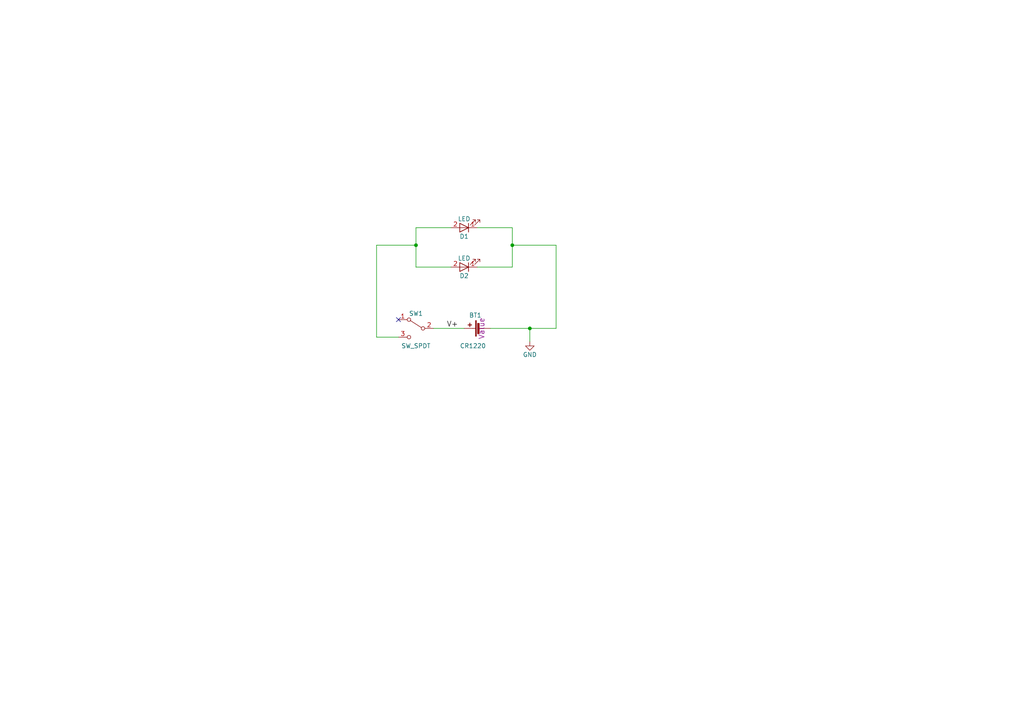
<source format=kicad_sch>
(kicad_sch
	(version 20231120)
	(generator "eeschema")
	(generator_version "8.0")
	(uuid "f500a49b-6045-46dc-bdf6-7567b7f4dd59")
	(paper "A4")
	(lib_symbols
		(symbol "BlinkyBear-rescue:Battery_Cell"
			(pin_numbers hide)
			(pin_names
				(offset 0) hide)
			(exclude_from_sim no)
			(in_bom yes)
			(on_board yes)
			(property "Reference" "BT"
				(at 2.54 2.54 0)
				(effects
					(font
						(size 1.27 1.27)
					)
					(justify left)
				)
			)
			(property "Value" "Battery_Cell"
				(at 2.54 0 0)
				(effects
					(font
						(size 1.27 1.27)
					)
					(justify left)
				)
			)
			(property "Footprint" ""
				(at 0 1.524 90)
				(effects
					(font
						(size 1.27 1.27)
					)
					(hide yes)
				)
			)
			(property "Datasheet" ""
				(at 0 1.524 90)
				(effects
					(font
						(size 1.27 1.27)
					)
					(hide yes)
				)
			)
			(property "Description" ""
				(at 0 0 0)
				(effects
					(font
						(size 1.27 1.27)
					)
					(hide yes)
				)
			)
			(symbol "Battery_Cell_0_1"
				(rectangle
					(start -2.286 1.778)
					(end 2.286 1.524)
					(stroke
						(width 0)
						(type solid)
					)
					(fill
						(type outline)
					)
				)
				(rectangle
					(start -1.5748 1.1938)
					(end 1.4732 0.6858)
					(stroke
						(width 0)
						(type solid)
					)
					(fill
						(type outline)
					)
				)
				(polyline
					(pts
						(xy 0 0.762) (xy 0 0)
					)
					(stroke
						(width 0)
						(type solid)
					)
					(fill
						(type none)
					)
				)
				(polyline
					(pts
						(xy 0 1.778) (xy 0 2.54)
					)
					(stroke
						(width 0)
						(type solid)
					)
					(fill
						(type none)
					)
				)
				(polyline
					(pts
						(xy 0.508 3.429) (xy 1.524 3.429)
					)
					(stroke
						(width 0.254)
						(type solid)
					)
					(fill
						(type none)
					)
				)
				(polyline
					(pts
						(xy 1.016 3.937) (xy 1.016 2.921)
					)
					(stroke
						(width 0.254)
						(type solid)
					)
					(fill
						(type none)
					)
				)
			)
			(symbol "Battery_Cell_1_1"
				(pin passive line
					(at 0 5.08 270)
					(length 2.54)
					(name "+"
						(effects
							(font
								(size 1.27 1.27)
							)
						)
					)
					(number "1"
						(effects
							(font
								(size 1.27 1.27)
							)
						)
					)
				)
				(pin passive line
					(at 0 -2.54 90)
					(length 2.54)
					(name "-"
						(effects
							(font
								(size 1.27 1.27)
							)
						)
					)
					(number "2"
						(effects
							(font
								(size 1.27 1.27)
							)
						)
					)
				)
			)
		)
		(symbol "BlinkyBear-rescue:GND"
			(power)
			(pin_names
				(offset 0)
			)
			(exclude_from_sim no)
			(in_bom yes)
			(on_board yes)
			(property "Reference" "#PWR"
				(at 0 -6.35 0)
				(effects
					(font
						(size 1.27 1.27)
					)
					(hide yes)
				)
			)
			(property "Value" "GND"
				(at 0 -3.81 0)
				(effects
					(font
						(size 1.27 1.27)
					)
				)
			)
			(property "Footprint" ""
				(at 0 0 0)
				(effects
					(font
						(size 1.27 1.27)
					)
					(hide yes)
				)
			)
			(property "Datasheet" ""
				(at 0 0 0)
				(effects
					(font
						(size 1.27 1.27)
					)
					(hide yes)
				)
			)
			(property "Description" ""
				(at 0 0 0)
				(effects
					(font
						(size 1.27 1.27)
					)
					(hide yes)
				)
			)
			(symbol "GND_0_1"
				(polyline
					(pts
						(xy 0 0) (xy 0 -1.27) (xy 1.27 -1.27) (xy 0 -2.54) (xy -1.27 -1.27) (xy 0 -1.27)
					)
					(stroke
						(width 0)
						(type solid)
					)
					(fill
						(type none)
					)
				)
			)
			(symbol "GND_1_1"
				(pin power_in line
					(at 0 0 270)
					(length 0) hide
					(name "GND"
						(effects
							(font
								(size 1.27 1.27)
							)
						)
					)
					(number "1"
						(effects
							(font
								(size 1.27 1.27)
							)
						)
					)
				)
			)
		)
		(symbol "BlinkyBear-rescue:LED"
			(pin_names
				(offset 1.016) hide)
			(exclude_from_sim no)
			(in_bom yes)
			(on_board yes)
			(property "Reference" "D"
				(at 0 2.54 0)
				(effects
					(font
						(size 1.27 1.27)
					)
				)
			)
			(property "Value" "LED"
				(at 0 -2.54 0)
				(effects
					(font
						(size 1.27 1.27)
					)
				)
			)
			(property "Footprint" ""
				(at 0 0 0)
				(effects
					(font
						(size 1.27 1.27)
					)
					(hide yes)
				)
			)
			(property "Datasheet" ""
				(at 0 0 0)
				(effects
					(font
						(size 1.27 1.27)
					)
					(hide yes)
				)
			)
			(property "Description" ""
				(at 0 0 0)
				(effects
					(font
						(size 1.27 1.27)
					)
					(hide yes)
				)
			)
			(property "ki_fp_filters" "LED*"
				(at 0 0 0)
				(effects
					(font
						(size 1.27 1.27)
					)
					(hide yes)
				)
			)
			(symbol "LED_0_1"
				(polyline
					(pts
						(xy -1.27 -1.27) (xy -1.27 1.27)
					)
					(stroke
						(width 0.2032)
						(type solid)
					)
					(fill
						(type none)
					)
				)
				(polyline
					(pts
						(xy -1.27 0) (xy 1.27 0)
					)
					(stroke
						(width 0)
						(type solid)
					)
					(fill
						(type none)
					)
				)
				(polyline
					(pts
						(xy 1.27 -1.27) (xy 1.27 1.27) (xy -1.27 0) (xy 1.27 -1.27)
					)
					(stroke
						(width 0.2032)
						(type solid)
					)
					(fill
						(type none)
					)
				)
				(polyline
					(pts
						(xy -3.048 -0.762) (xy -4.572 -2.286) (xy -3.81 -2.286) (xy -4.572 -2.286) (xy -4.572 -1.524)
					)
					(stroke
						(width 0)
						(type solid)
					)
					(fill
						(type none)
					)
				)
				(polyline
					(pts
						(xy -1.778 -0.762) (xy -3.302 -2.286) (xy -2.54 -2.286) (xy -3.302 -2.286) (xy -3.302 -1.524)
					)
					(stroke
						(width 0)
						(type solid)
					)
					(fill
						(type none)
					)
				)
			)
			(symbol "LED_1_1"
				(pin passive line
					(at -3.81 0 0)
					(length 2.54)
					(name "K"
						(effects
							(font
								(size 1.27 1.27)
							)
						)
					)
					(number "1"
						(effects
							(font
								(size 1.27 1.27)
							)
						)
					)
				)
				(pin passive line
					(at 3.81 0 180)
					(length 2.54)
					(name "A"
						(effects
							(font
								(size 1.27 1.27)
							)
						)
					)
					(number "2"
						(effects
							(font
								(size 1.27 1.27)
							)
						)
					)
				)
			)
		)
		(symbol "BlinkyBear-rescue:SW_SPDT"
			(pin_names
				(offset 0) hide)
			(exclude_from_sim no)
			(in_bom yes)
			(on_board yes)
			(property "Reference" "SW"
				(at 0 4.318 0)
				(effects
					(font
						(size 1.27 1.27)
					)
				)
			)
			(property "Value" "SW_SPDT"
				(at 0 -5.08 0)
				(effects
					(font
						(size 1.27 1.27)
					)
				)
			)
			(property "Footprint" ""
				(at 0 0 0)
				(effects
					(font
						(size 1.27 1.27)
					)
					(hide yes)
				)
			)
			(property "Datasheet" ""
				(at 0 0 0)
				(effects
					(font
						(size 1.27 1.27)
					)
					(hide yes)
				)
			)
			(property "Description" ""
				(at 0 0 0)
				(effects
					(font
						(size 1.27 1.27)
					)
					(hide yes)
				)
			)
			(symbol "SW_SPDT_0_0"
				(circle
					(center -2.032 0)
					(radius 0.508)
					(stroke
						(width 0)
						(type solid)
					)
					(fill
						(type none)
					)
				)
				(circle
					(center 2.032 -2.54)
					(radius 0.508)
					(stroke
						(width 0)
						(type solid)
					)
					(fill
						(type none)
					)
				)
			)
			(symbol "SW_SPDT_0_1"
				(polyline
					(pts
						(xy -1.524 0.254) (xy 1.651 2.286)
					)
					(stroke
						(width 0)
						(type solid)
					)
					(fill
						(type none)
					)
				)
				(circle
					(center 2.032 2.54)
					(radius 0.508)
					(stroke
						(width 0)
						(type solid)
					)
					(fill
						(type none)
					)
				)
			)
			(symbol "SW_SPDT_1_1"
				(pin passive line
					(at 5.08 2.54 180)
					(length 2.54)
					(name "A"
						(effects
							(font
								(size 1.27 1.27)
							)
						)
					)
					(number "1"
						(effects
							(font
								(size 1.27 1.27)
							)
						)
					)
				)
				(pin passive line
					(at -5.08 0 0)
					(length 2.54)
					(name "B"
						(effects
							(font
								(size 1.27 1.27)
							)
						)
					)
					(number "2"
						(effects
							(font
								(size 1.27 1.27)
							)
						)
					)
				)
				(pin passive line
					(at 5.08 -2.54 180)
					(length 2.54)
					(name "C"
						(effects
							(font
								(size 1.27 1.27)
							)
						)
					)
					(number "3"
						(effects
							(font
								(size 1.27 1.27)
							)
						)
					)
				)
			)
		)
	)
	(junction
		(at 153.67 95.25)
		(diameter 0)
		(color 0 0 0 0)
		(uuid "5bc295a2-42db-4613-9ba7-f372df718f00")
	)
	(junction
		(at 120.65 71.12)
		(diameter 0)
		(color 0 0 0 0)
		(uuid "930ebe0f-b2f4-4026-9ecd-1088d5300f8d")
	)
	(junction
		(at 148.59 71.12)
		(diameter 0)
		(color 0 0 0 0)
		(uuid "d8fe3077-8cf0-4417-a81f-518ace14c37b")
	)
	(no_connect
		(at 115.57 92.71)
		(uuid "868cdfd7-ed99-46c8-81c5-48282622ffe2")
	)
	(wire
		(pts
			(xy 120.65 77.47) (xy 130.81 77.47)
		)
		(stroke
			(width 0)
			(type default)
		)
		(uuid "22fa3b02-a77f-41af-82c6-0ee28f707bbd")
	)
	(wire
		(pts
			(xy 138.43 66.04) (xy 148.59 66.04)
		)
		(stroke
			(width 0)
			(type default)
		)
		(uuid "3f18fac4-0b56-4039-b676-380a2c3f2166")
	)
	(wire
		(pts
			(xy 120.65 71.12) (xy 120.65 77.47)
		)
		(stroke
			(width 0)
			(type default)
		)
		(uuid "48227145-2446-4f99-aa97-941d8e2c97f2")
	)
	(wire
		(pts
			(xy 125.73 95.25) (xy 134.62 95.25)
		)
		(stroke
			(width 0)
			(type default)
		)
		(uuid "5b02cf0d-25b3-4695-bb57-528ef1ee4fa6")
	)
	(wire
		(pts
			(xy 148.59 66.04) (xy 148.59 71.12)
		)
		(stroke
			(width 0)
			(type default)
		)
		(uuid "63364280-34e2-488a-a71d-9defb5bf2220")
	)
	(wire
		(pts
			(xy 161.29 95.25) (xy 153.67 95.25)
		)
		(stroke
			(width 0)
			(type default)
		)
		(uuid "6a61e0c4-8f34-4e3d-8a22-0a9ab517a191")
	)
	(wire
		(pts
			(xy 153.67 95.25) (xy 142.24 95.25)
		)
		(stroke
			(width 0)
			(type default)
		)
		(uuid "72883762-d7a0-4a73-9634-d84792e94d0b")
	)
	(wire
		(pts
			(xy 148.59 77.47) (xy 138.43 77.47)
		)
		(stroke
			(width 0)
			(type default)
		)
		(uuid "95f8aa34-b56d-4388-a9c1-2b036ce52815")
	)
	(wire
		(pts
			(xy 153.67 95.25) (xy 153.67 99.06)
		)
		(stroke
			(width 0)
			(type default)
		)
		(uuid "97c81ea2-2d1c-4dce-ad1e-a4faf58e777c")
	)
	(wire
		(pts
			(xy 148.59 71.12) (xy 161.29 71.12)
		)
		(stroke
			(width 0)
			(type default)
		)
		(uuid "9994de2e-8e91-4442-a694-594b91620a2b")
	)
	(wire
		(pts
			(xy 130.81 66.04) (xy 120.65 66.04)
		)
		(stroke
			(width 0)
			(type default)
		)
		(uuid "a0193652-1bcc-4a85-ba2f-08b218832a92")
	)
	(wire
		(pts
			(xy 120.65 71.12) (xy 109.22 71.12)
		)
		(stroke
			(width 0)
			(type default)
		)
		(uuid "b127de96-2815-4441-aabc-9765977a2255")
	)
	(wire
		(pts
			(xy 148.59 71.12) (xy 148.59 77.47)
		)
		(stroke
			(width 0)
			(type default)
		)
		(uuid "d97a6e11-7a3a-4acb-a2e0-9ef9270bc316")
	)
	(wire
		(pts
			(xy 109.22 71.12) (xy 109.22 97.79)
		)
		(stroke
			(width 0)
			(type default)
		)
		(uuid "defb0144-1f5a-4aeb-85ab-27357ab80f89")
	)
	(wire
		(pts
			(xy 109.22 97.79) (xy 115.57 97.79)
		)
		(stroke
			(width 0)
			(type default)
		)
		(uuid "e764f606-a6c4-4b24-bfcf-d86b9cd3e9ce")
	)
	(wire
		(pts
			(xy 120.65 66.04) (xy 120.65 71.12)
		)
		(stroke
			(width 0)
			(type default)
		)
		(uuid "f54dddc1-8b23-495a-bbf2-34824e4a5b45")
	)
	(wire
		(pts
			(xy 161.29 71.12) (xy 161.29 95.25)
		)
		(stroke
			(width 0)
			(type default)
		)
		(uuid "f9824552-2235-4eac-9919-3a43d6af27e6")
	)
	(label "V+"
		(at 129.54 95.25 0)
		(effects
			(font
				(size 1.524 1.524)
			)
			(justify left bottom)
		)
		(uuid "3c2672d4-03ed-4240-a83b-2470347cb414")
	)
	(symbol
		(lib_id "BlinkyBear-rescue:LED")
		(at 134.62 66.04 180)
		(unit 1)
		(exclude_from_sim no)
		(in_bom yes)
		(on_board yes)
		(dnp no)
		(uuid "00000000-0000-0000-0000-00005ae86c33")
		(property "Reference" "D1"
			(at 134.62 68.58 0)
			(effects
				(font
					(size 1.27 1.27)
				)
			)
		)
		(property "Value" "LED"
			(at 134.62 63.5 0)
			(effects
				(font
					(size 1.27 1.27)
				)
			)
		)
		(property "Footprint" "LEDs:LED_D4.0mm"
			(at 134.62 66.04 0)
			(effects
				(font
					(size 1.27 1.27)
				)
				(hide yes)
			)
		)
		(property "Datasheet" ""
			(at 134.62 66.04 0)
			(effects
				(font
					(size 1.27 1.27)
				)
				(hide yes)
			)
		)
		(property "Description" ""
			(at 134.62 66.04 0)
			(effects
				(font
					(size 1.27 1.27)
				)
				(hide yes)
			)
		)
		(property "MPN" "LED 5-RGB2-L"
			(at 134.62 66.04 0)
			(effects
				(font
					(size 1.524 1.524)
				)
				(hide yes)
			)
		)
		(property "Link" "https://www.reichelt.de/LEDs-Blink-Multi-Color/LED-5-RGB2-L/3/index.html?ACTION=3&LA=2&GROUPID=3022&ARTICLE=82483"
			(at 134.62 66.04 0)
			(effects
				(font
					(size 1.524 1.524)
				)
				(hide yes)
			)
		)
		(property "Comp_Name" "Value"
			(at 134.62 66.04 0)
			(effects
				(font
					(size 1.524 1.524)
				)
				(hide yes)
			)
		)
		(pin "2"
			(uuid "b9a41bc6-4f0e-42e4-9715-027be00c8a00")
		)
		(pin "1"
			(uuid "d908f7ea-7762-4564-81a8-31d59e10ee76")
		)
		(instances
			(project ""
				(path "/f500a49b-6045-46dc-bdf6-7567b7f4dd59"
					(reference "D1")
					(unit 1)
				)
			)
		)
	)
	(symbol
		(lib_id "BlinkyBear-rescue:Battery_Cell")
		(at 139.7 95.25 90)
		(unit 1)
		(exclude_from_sim no)
		(in_bom yes)
		(on_board yes)
		(dnp no)
		(uuid "00000000-0000-0000-0000-00005ae86d25")
		(property "Reference" "BT1"
			(at 139.7 91.44 90)
			(effects
				(font
					(size 1.27 1.27)
				)
				(justify left)
			)
		)
		(property "Value" "CR1220"
			(at 140.97 100.33 90)
			(effects
				(font
					(size 1.27 1.27)
				)
				(justify left)
			)
		)
		(property "Footprint" "blinky-bear:CR1220_Halter"
			(at 138.176 95.25 90)
			(effects
				(font
					(size 1.27 1.27)
				)
				(hide yes)
			)
		)
		(property "Datasheet" ""
			(at 138.176 95.25 90)
			(effects
				(font
					(size 1.27 1.27)
				)
				(hide yes)
			)
		)
		(property "Description" ""
			(at 139.7 95.25 0)
			(effects
				(font
					(size 1.27 1.27)
				)
				(hide yes)
			)
		)
		(property "MPN" "651317 - 62"
			(at 139.7 95.25 0)
			(effects
				(font
					(size 1.524 1.524)
				)
				(hide yes)
			)
		)
		(property "Link" "https://www.conrad.de/de/knopfzellenhalter-1-cr-1216-cr-1220-horizontal-oberflaechenmontage-smd-l-x-b-x-h-1892-x-1207-x-318-mm-keystone-300-651317.html?offerId=CE651317#openLayer=wish-list-layer"
			(at 139.7 95.25 0)
			(effects
				(font
					(size 1.524 1.524)
				)
				(hide yes)
			)
		)
		(property "Comp_Name" "Value"
			(at 139.7 95.25 0)
			(effects
				(font
					(size 1.524 1.524)
				)
			)
		)
		(pin "1"
			(uuid "1d2b2043-e664-40d5-9ce7-7ec054ab07d2")
		)
		(pin "2"
			(uuid "466258af-8492-4a45-a662-e01c5859249d")
		)
		(instances
			(project ""
				(path "/f500a49b-6045-46dc-bdf6-7567b7f4dd59"
					(reference "BT1")
					(unit 1)
				)
			)
		)
	)
	(symbol
		(lib_id "BlinkyBear-rescue:LED")
		(at 134.62 77.47 180)
		(unit 1)
		(exclude_from_sim no)
		(in_bom yes)
		(on_board yes)
		(dnp no)
		(uuid "00000000-0000-0000-0000-00005ae870a1")
		(property "Reference" "D2"
			(at 134.62 80.01 0)
			(effects
				(font
					(size 1.27 1.27)
				)
			)
		)
		(property "Value" "LED"
			(at 134.62 74.93 0)
			(effects
				(font
					(size 1.27 1.27)
				)
			)
		)
		(property "Footprint" "LEDs:LED_D4.0mm"
			(at 134.62 77.47 0)
			(effects
				(font
					(size 1.27 1.27)
				)
				(hide yes)
			)
		)
		(property "Datasheet" ""
			(at 134.62 77.47 0)
			(effects
				(font
					(size 1.27 1.27)
				)
				(hide yes)
			)
		)
		(property "Description" ""
			(at 134.62 77.47 0)
			(effects
				(font
					(size 1.27 1.27)
				)
				(hide yes)
			)
		)
		(property "MPN" "LED 5-RGB2-L"
			(at 134.62 77.47 0)
			(effects
				(font
					(size 1.524 1.524)
				)
				(hide yes)
			)
		)
		(property "Link" "https://www.reichelt.de/LEDs-Blink-Multi-Color/LED-5-RGB2-L/3/index.html?ACTION=3&LA=2&GROUPID=3022&ARTICLE=82483"
			(at 134.62 77.47 0)
			(effects
				(font
					(size 1.524 1.524)
				)
				(hide yes)
			)
		)
		(property "Comp_Name" "Value"
			(at 134.62 77.47 0)
			(effects
				(font
					(size 1.524 1.524)
				)
				(hide yes)
			)
		)
		(pin "2"
			(uuid "5cc0e4a1-8040-44e3-b260-95a3c608bccb")
		)
		(pin "1"
			(uuid "2f970cd3-27bf-4782-8aab-812e4efaab95")
		)
		(instances
			(project ""
				(path "/f500a49b-6045-46dc-bdf6-7567b7f4dd59"
					(reference "D2")
					(unit 1)
				)
			)
		)
	)
	(symbol
		(lib_id "BlinkyBear-rescue:SW_SPDT")
		(at 120.65 95.25 0)
		(mirror y)
		(unit 1)
		(exclude_from_sim no)
		(in_bom yes)
		(on_board yes)
		(dnp no)
		(uuid "00000000-0000-0000-0000-00005ae87139")
		(property "Reference" "SW1"
			(at 120.65 90.932 0)
			(effects
				(font
					(size 1.27 1.27)
				)
			)
		)
		(property "Value" "SW_SPDT"
			(at 120.65 100.33 0)
			(effects
				(font
					(size 1.27 1.27)
				)
			)
		)
		(property "Footprint" "Buttons_Switches_SMD:SW_SPDT_PCM12"
			(at 120.65 95.25 0)
			(effects
				(font
					(size 1.27 1.27)
				)
				(hide yes)
			)
		)
		(property "Datasheet" ""
			(at 120.65 95.25 0)
			(effects
				(font
					(size 1.27 1.27)
				)
				(hide yes)
			)
		)
		(property "Description" ""
			(at 120.65 95.25 0)
			(effects
				(font
					(size 1.27 1.27)
				)
				(hide yes)
			)
		)
		(property "MPN" "248762 - 62"
			(at 120.65 95.25 0)
			(effects
				(font
					(size 1.524 1.524)
				)
				(hide yes)
			)
		)
		(property "Link" "https://www.conrad.de/de/micro-schiebeschalter-sol-expert-sum-248762.html"
			(at 120.65 95.25 0)
			(effects
				(font
					(size 1.524 1.524)
				)
				(hide yes)
			)
		)
		(property "Comp_Name" "Value"
			(at 120.65 95.25 0)
			(effects
				(font
					(size 1.524 1.524)
				)
				(hide yes)
			)
		)
		(pin "2"
			(uuid "576cc855-3527-473c-a4a9-abdd59490479")
		)
		(pin "1"
			(uuid "2378754a-133b-4e38-a318-1919cce721a8")
		)
		(pin "3"
			(uuid "1708c9af-c41c-4e29-8085-99f3ac543451")
		)
		(instances
			(project ""
				(path "/f500a49b-6045-46dc-bdf6-7567b7f4dd59"
					(reference "SW1")
					(unit 1)
				)
			)
		)
	)
	(symbol
		(lib_id "BlinkyBear-rescue:GND")
		(at 153.67 99.06 0)
		(unit 1)
		(exclude_from_sim no)
		(in_bom yes)
		(on_board yes)
		(dnp no)
		(uuid "00000000-0000-0000-0000-00005aeb50c0")
		(property "Reference" "#PWR01"
			(at 153.67 105.41 0)
			(effects
				(font
					(size 1.27 1.27)
				)
				(hide yes)
			)
		)
		(property "Value" "GND"
			(at 153.67 102.87 0)
			(effects
				(font
					(size 1.27 1.27)
				)
			)
		)
		(property "Footprint" ""
			(at 153.67 99.06 0)
			(effects
				(font
					(size 1.27 1.27)
				)
				(hide yes)
			)
		)
		(property "Datasheet" ""
			(at 153.67 99.06 0)
			(effects
				(font
					(size 1.27 1.27)
				)
				(hide yes)
			)
		)
		(property "Description" ""
			(at 153.67 99.06 0)
			(effects
				(font
					(size 1.27 1.27)
				)
				(hide yes)
			)
		)
		(pin "1"
			(uuid "56963c55-341f-4a4c-9924-cc3f53b5e2e1")
		)
		(instances
			(project ""
				(path "/f500a49b-6045-46dc-bdf6-7567b7f4dd59"
					(reference "#PWR01")
					(unit 1)
				)
			)
		)
	)
	(sheet_instances
		(path "/"
			(page "1")
		)
	)
)

</source>
